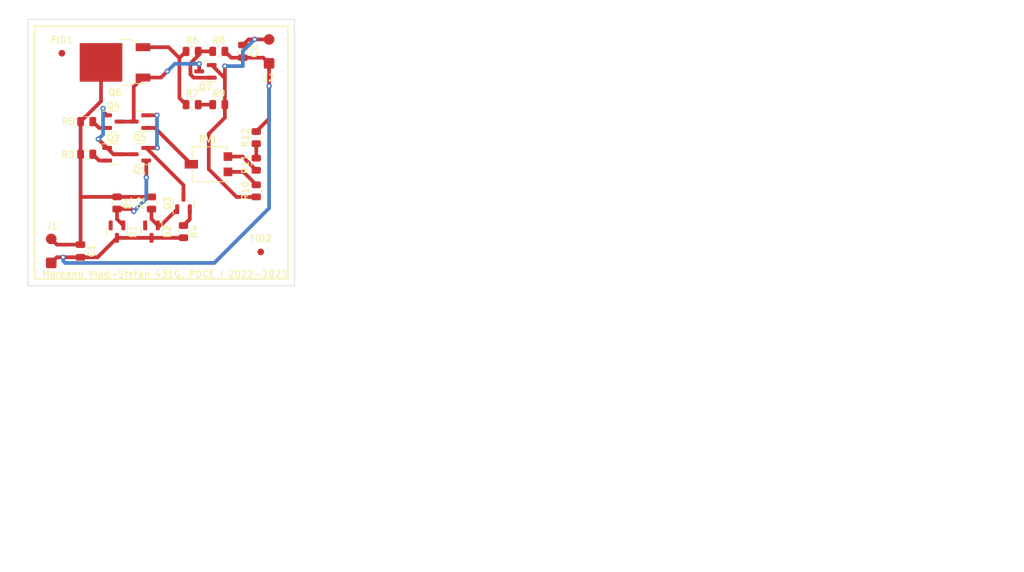
<source format=kicad_pcb>
(kicad_pcb (version 20211014) (generator pcbnew)
  (layers (0 "F.Cu" signal) (31 "B.Cu" signal) (34 "B.Paste" user) (35 "F.Paste" user) (36 "B.SilkS" user "B.Silkscreen") (37 "F.SilkS" user "F.Silkscreen") (38 "B.Mask" user) (39 "F.Mask" user) (44 "Edge.Cuts" user))
  (net 0 "")
  (net 2 "GND")
  (net 3 "Net-(D1-Pad1)")
  (net 4 "Net-(D2-Pad1)")
  (net 6 "Net-(C1-Pad1)")
  (net 7 "Net-(Q1-Pad2)")
  (net 8 "Net-(Q1-Pad3)")
  (net 9 "Net-(Q2-Pad2)")
  (net 10 "Net-(Q3-Pad2)")
  (net 11 "Net-(Q4-Pad2)")
  (net 12 "Net-(Q4-Pad3)")
  (net 13 "Net-(Q5-Pad1)")
  (net 14 "Net-(C2-Pad1)")
  (net 15 "Net-(Q6-Pad3)")
  (net 16 "Net-(Q7-Pad1)")
  (net 17 "Net-(R7-Pad2)")
  (net 18 "Net-(R10-Pad2)")
  (net 19 "Net-(R11-Pad1)")
  (net 20 "Net-(R11-Pad2)")
  (footprint "Capacitor_SMD:C_0805_2012Metric" (layer "F.Cu") (at 75.87 96.78 -90)
    (fp_text reference "C1" (at 0 -1.68 90) (layer "F.SilkS"))
    (fp_text value "4.7u")
    (fp_line (start -0.261252 -0.735) (end 0.261252 -0.735) (layer "F.SilkS") (width 0.12))
    (fp_line (start -0.261252 0.735) (end 0.261252 0.735) (layer "F.SilkS") (width 0.12))
    (pad "1" smd roundrect (at -0.95 0 270) (size 1 1.45) (layers "F.Cu" "F.Paste" "F.Mask") (net 6 "Net-(C1-Pad1)"))
    (pad "2" smd roundrect (at 0.95 0 270) (size 1 1.45) (layers "F.Cu" "F.Paste" "F.Mask") (net 2 "GND"))
  )
  (footprint "Package_TO_SOT_SMD:SOT-23" (layer "F.Cu") (at 80.8 82.25)
    (fp_text reference "Q2" (at 0 -2.4) (layer "F.SilkS"))
    (fp_text value "BC817")
    (fp_line (start 0 -1.56) (end -1.675 -1.56) (layer "F.SilkS") (width 0.12))
    (fp_line (start 0 1.56) (end 0.65 1.56) (layer "F.SilkS") (width 0.12))
    (fp_line (start 0 -1.56) (end 0.65 -1.56) (layer "F.SilkS") (width 0.12))
    (fp_line (start 0 1.56) (end -0.65 1.56) (layer "F.SilkS") (width 0.12))
    (pad "1" smd roundrect (at -0.9375 -0.95) (size 1.475 0.6) (layers "F.Cu" "F.Paste" "F.Mask") (net 8 "Net-(Q1-Pad3)"))
    (pad "2" smd roundrect (at -0.9375 0.95) (size 1.475 0.6) (layers "F.Cu" "F.Paste" "F.Mask") (net 9 "Net-(Q2-Pad2)"))
    (pad "3" smd roundrect (at 0.9375 0) (size 1.475 0.6) (layers "F.Cu" "F.Paste" "F.Mask") (net 8 "Net-(Q1-Pad3)"))
  )
  (footprint "Package_TO_SOT_SMD:TO-252-2" (layer "F.Cu") (at 81.05 68.45 180)
    (fp_text reference "Q6" (at 0 -4.5) (layer "F.SilkS"))
    (fp_text value "MJD32CG")
    (fp_line (start -0.97 3.45) (end -2.47 3.45) (layer "F.SilkS") (width 0.12))
    (fp_line (start -0.97 -3.45) (end -2.47 -3.45) (layer "F.SilkS") (width 0.12))
    (fp_line (start -2.47 -3.45) (end -2.47 -3.18) (layer "F.SilkS") (width 0.12))
    (fp_line (start -2.47 -3.18) (end -5.3 -3.18) (layer "F.SilkS") (width 0.12))
    (fp_line (start -2.47 3.18) (end -3.57 3.18) (layer "F.SilkS") (width 0.12))
    (fp_line (start -2.47 3.45) (end -2.47 3.18) (layer "F.SilkS") (width 0.12))
    (pad "1" smd rect (at -4.2 -2.28 180) (size 2.2 1.2) (layers "F.Cu" "F.Paste" "F.Mask") (net 12 "Net-(Q4-Pad3)"))
    (pad "2" smd rect (at 2.1 0 180) (size 6.4 5.8) (layers "F.Cu" "F.Mask") (net 6 "Net-(C1-Pad1)"))
    (pad "3" smd rect (at -4.2 2.28 180) (size 2.2 1.2) (layers "F.Cu" "F.Paste" "F.Mask") (net 15 "Net-(Q6-Pad3)"))
  )
  (footprint "Package_TO_SOT_SMD:SOT-23" (layer "F.Cu") (at 84.8 77.35 180)
    (fp_text reference "Q5" (at 0 -2.4) (layer "F.SilkS"))
    (fp_text value "BC807")
    (fp_line (start 0 -1.56) (end 0.65 -1.56) (layer "F.SilkS") (width 0.12))
    (fp_line (start 0 -1.56) (end -1.675 -1.56) (layer "F.SilkS") (width 0.12))
    (fp_line (start 0 1.56) (end -0.65 1.56) (layer "F.SilkS") (width 0.12))
    (fp_line (start 0 1.56) (end 0.65 1.56) (layer "F.SilkS") (width 0.12))
    (pad "1" smd roundrect (at -0.9375 -0.95 180) (size 1.475 0.6) (layers "F.Cu" "F.Paste" "F.Mask") (net 13 "Net-(Q5-Pad1)"))
    (pad "2" smd roundrect (at -0.9375 0.95 180) (size 1.475 0.6) (layers "F.Cu" "F.Paste" "F.Mask") (net 7 "Net-(Q1-Pad2)"))
    (pad "3" smd roundrect (at 0.9375 0 180) (size 1.475 0.6) (layers "F.Cu" "F.Paste" "F.Mask") (net 12 "Net-(Q4-Pad3)"))
  )
  (footprint "Fiducial:Fiducial_1mm_Mask2mm" (layer "F.Cu") (at 102.92 96.92)
    (fp_text reference "FID2" (at 0 -2) (layer "F.SilkS"))
    (fp_text value "Fiducial_1mm_Mask2mm")
    (pad "" smd circle locked (at 0 0) (size 1 1) (layers "F.Cu" "F.Mask") (clearance 0.5))
  )
  (footprint "Package_TO_SOT_SMD:SOT-23" (layer "F.Cu") (at 84.8 82.25 180)
    (fp_text reference "Q1" (at 0 -2.4) (layer "F.SilkS"))
    (fp_text value "BC807")
    (fp_line (start 0 1.56) (end 0.65 1.56) (layer "F.SilkS") (width 0.12))
    (fp_line (start 0 1.56) (end -0.65 1.56) (layer "F.SilkS") (width 0.12))
    (fp_line (start 0 -1.56) (end -1.675 -1.56) (layer "F.SilkS") (width 0.12))
    (fp_line (start 0 -1.56) (end 0.65 -1.56) (layer "F.SilkS") (width 0.12))
    (pad "1" smd roundrect (at -0.9375 -0.95 180) (size 1.475 0.6) (layers "F.Cu" "F.Paste" "F.Mask") (net 3 "Net-(D1-Pad1)"))
    (pad "2" smd roundrect (at -0.9375 0.95 180) (size 1.475 0.6) (layers "F.Cu" "F.Paste" "F.Mask") (net 7 "Net-(Q1-Pad2)"))
    (pad "3" smd roundrect (at 0.9375 0 180) (size 1.475 0.6) (layers "F.Cu" "F.Paste" "F.Mask") (net 8 "Net-(Q1-Pad3)"))
  )
  (footprint "Resistor_SMD:R_0805_2012Metric" (layer "F.Cu") (at 91.325 93.875 -90)
    (fp_text reference "R4" (at 0 -1.65 -270) (layer "F.SilkS"))
    (fp_text value "2.7k")
    (fp_line (start -0.227064 0.735) (end 0.227064 0.735) (layer "F.SilkS") (width 0.12))
    (fp_line (start -0.227064 -0.735) (end 0.227064 -0.735) (layer "F.SilkS") (width 0.12))
    (pad "1" smd roundrect (at -0.9125 0 270) (size 1.025 1.4) (layers "F.Cu" "F.Paste" "F.Mask") (roundrect_rratio 0.243902439) (net 10 "Net-(Q3-Pad2)"))
    (pad "2" smd roundrect (at 0.9125 0 270) (size 1.025 1.4) (layers "F.Cu" "F.Paste" "F.Mask") (roundrect_rratio 0.243902439) (net 2 "GND"))
  )
  (footprint "Package_TO_SOT_SMD:SOT-23" (layer "F.Cu") (at 91.325 89.575 90)
    (fp_text reference "Q3" (at 0 -2.4 90) (layer "F.SilkS"))
    (fp_text value "BC807")
    (fp_line (start 0 1.56) (end -0.65 1.56) (layer "F.SilkS") (width 0.12))
    (fp_line (start 0 1.56) (end 0.65 1.56) (layer "F.SilkS") (width 0.12))
    (fp_line (start 0 -1.56) (end -1.675 -1.56) (layer "F.SilkS") (width 0.12))
    (fp_line (start 0 -1.56) (end 0.65 -1.56) (layer "F.SilkS") (width 0.12))
    (pad "1" smd roundrect (at -0.9375 -0.95 90) (size 1.475 0.6) (layers "F.Cu" "F.Paste" "F.Mask") (net 4 "Net-(D2-Pad1)"))
    (pad "2" smd roundrect (at -0.9375 0.95 90) (size 1.475 0.6) (layers "F.Cu" "F.Paste" "F.Mask") (net 10 "Net-(Q3-Pad2)"))
    (pad "3" smd roundrect (at 0.9375 0 90) (size 1.475 0.6) (layers "F.Cu" "F.Paste" "F.Mask") (net 7 "Net-(Q1-Pad2)"))
  )
  (footprint "Package_TO_SOT_SMD:SOT-23" (layer "F.Cu") (at 81.35 93.875 -90)
    (fp_text reference "D1" (at 0 -2.4 90) (layer "F.SilkS"))
    (fp_text value "BZX84-C6V2")
    (fp_line (start 0 -1.56) (end -1.675 -1.56) (layer "F.SilkS") (width 0.12))
    (fp_line (start 0 -1.56) (end 0.65 -1.56) (layer "F.SilkS") (width 0.12))
    (fp_line (start 0 1.56) (end 0.65 1.56) (layer "F.SilkS") (width 0.12))
    (fp_line (start 0 1.56) (end -0.65 1.56) (layer "F.SilkS") (width 0.12))
    (pad "1" smd roundrect (at -0.9375 -0.95 270) (size 1.475 0.6) (layers "F.Cu" "F.Paste" "F.Mask") (net 3 "Net-(D1-Pad1)"))
    (pad "2" smd roundrect (at -0.9375 0.95 270) (size 1.475 0.6) (layers "F.Cu" "F.Paste" "F.Mask"))
    (pad "3" smd roundrect (at 0.9375 0 270) (size 1.475 0.6) (layers "F.Cu" "F.Paste" "F.Mask") (net 2 "GND"))
  )
  (footprint "Connector_Wire:SolderWire-0.1sqmm_1x02_P3.6mm_D0.4mm_OD1mm" (layer "F.Cu") (at 71.475 98.575 90)
    (fp_text reference "J1" (at 5.55 0.075 180) (layer "F.SilkS"))
    (fp_text value "Conn_01x02_Female")
    (pad "1" smd roundrect (at 0 0 90) (size 1.6 1.6) (layers "F.Cu" "F.Paste" "F.Mask") (roundrect_rratio 0.15625) (net 2 "GND"))
    (pad "2" smd circle (at 3.6 0 90) (size 1.6 1.6) (layers "F.Cu" "F.Paste" "F.Mask") (net 6 "Net-(C1-Pad1)"))
  )
  (footprint "Potentiometer_SMD:Potentiometer_Vishay_TS53YL_Vertical" (layer "F.Cu") (at 95.25 83.75)
    (fp_text reference "RV1" (at -0.175 -3.75) (layer "F.SilkS"))
    (fp_text value "2k")
    (fp_line (start -2.62 2.62) (end 2.62 2.62) (layer "F.SilkS") (width 0.12))
    (fp_line (start -2.62 -2.62) (end -2.62 -0.89) (layer "F.SilkS") (width 0.12))
    (fp_line (start 2.62 -0.26) (end 2.62 0.26) (layer "F.SilkS") (width 0.12))
    (fp_line (start -2.62 -2.62) (end 2.62 -2.62) (layer "F.SilkS") (width 0.12))
    (fp_line (start -2.62 0.89) (end -2.62 2.62) (layer "F.SilkS") (width 0.12))
    (fp_line (start 2.62 2.04) (end 2.62 2.62) (layer "F.SilkS") (width 0.12))
    (fp_line (start 2.62 -2.62) (end 2.62 -2.039) (layer "F.SilkS") (width 0.12))
    (pad "1" smd rect (at 2.75 -1.15) (size 1.3 1.3) (layers "F.Cu" "F.Paste" "F.Mask") (net 19 "Net-(R11-Pad1)"))
    (pad "2" smd rect (at -2.75 0) (size 2 1.3) (layers "F.Cu" "F.Paste" "F.Mask") (net 13 "Net-(Q5-Pad1)"))
    (pad "3" smd rect (at 2.75 1.15) (size 1.3 1.3) (layers "F.Cu" "F.Paste" "F.Mask") (net 18 "Net-(R10-Pad2)"))
  )
  (footprint "Capacitor_SMD:C_0805_2012Metric" (layer "F.Cu") (at 100.25 66.8 -90)
    (fp_text reference "C2" (at 0 -1.68 90) (layer "F.SilkS"))
    (fp_text value "4.7u")
    (fp_line (start -0.261252 -0.735) (end 0.261252 -0.735) (layer "F.SilkS") (width 0.12))
    (fp_line (start -0.261252 0.735) (end 0.261252 0.735) (layer "F.SilkS") (width 0.12))
    (pad "1" smd roundrect (at -0.95 0 270) (size 1 1.45) (layers "F.Cu" "F.Paste" "F.Mask") (net 14 "Net-(C2-Pad1)"))
    (pad "2" smd roundrect (at 0.95 0 270) (size 1 1.45) (layers "F.Cu" "F.Paste" "F.Mask") (net 2 "GND"))
  )
  (footprint "Connector_Wire:SolderWire-0.1sqmm_1x02_P3.6mm_D0.4mm_OD1mm" (layer "F.Cu") (at 104.175 68.6 90)
    (fp_text reference "J2" (at -2.175 -0.05 180) (layer "F.SilkS"))
    (fp_text value "Conn_01x02_Female")
    (pad "1" smd roundrect (at 0 0 90) (size 1.6 1.6) (layers "F.Cu" "F.Paste" "F.Mask") (roundrect_rratio 0.15625) (net 2 "GND"))
    (pad "2" smd circle (at 3.6 0 90) (size 1.6 1.6) (layers "F.Cu" "F.Paste" "F.Mask") (net 14 "Net-(C2-Pad1)"))
  )
  (footprint "Resistor_SMD:R_0805_2012Metric" (layer "F.Cu") (at 102.25 79.75 90)
    (fp_text reference "R12" (at 0 -1.65 90) (layer "F.SilkS"))
    (fp_text value "10k")
    (fp_line (start -0.227064 -0.735) (end 0.227064 -0.735) (layer "F.SilkS") (width 0.12))
    (fp_line (start -0.227064 0.735) (end 0.227064 0.735) (layer "F.SilkS") (width 0.12))
    (pad "1" smd roundrect (at -0.9125 0 90) (size 1.025 1.4) (layers "F.Cu" "F.Paste" "F.Mask") (roundrect_rratio 0.243902439) (net 20 "Net-(R11-Pad2)"))
    (pad "2" smd roundrect (at 0.9125 0 90) (size 1.025 1.4) (layers "F.Cu" "F.Paste" "F.Mask") (roundrect_rratio 0.243902439) (net 2 "GND"))
  )
  (footprint "Fiducial:Fiducial_1mm_Mask2mm" (layer "F.Cu") (at 73.08 67.08)
    (fp_text reference "FID1" (at 0 -2) (layer "F.SilkS"))
    (fp_text value "Fiducial_1mm_Mask2mm")
    (pad "" smd circle locked (at 0 0) (size 1 1) (layers "F.Cu" "F.Mask") (clearance 0.5))
  )
  (footprint "Resistor_SMD:R_0805_2012Metric" (layer "F.Cu") (at 86.525 89.575 -90)
    (fp_text reference "R2" (at 0 1.6 90) (layer "F.SilkS"))
    (fp_text value "10k")
    (fp_line (start -0.227064 0.735) (end 0.227064 0.735) (layer "F.SilkS") (width 0.12))
    (fp_line (start -0.227064 -0.735) (end 0.227064 -0.735) (layer "F.SilkS") (width 0.12))
    (pad "1" smd roundrect (at -0.9125 0 270) (size 1.025 1.4) (layers "F.Cu" "F.Paste" "F.Mask") (roundrect_rratio 0.243902439) (net 6 "Net-(C1-Pad1)"))
    (pad "2" smd roundrect (at 0.9125 0 270) (size 1.025 1.4) (layers "F.Cu" "F.Paste" "F.Mask") (roundrect_rratio 0.243902439) (net 4 "Net-(D2-Pad1)"))
  )
  (footprint "Resistor_SMD:R_0805_2012Metric" (layer "F.Cu") (at 96.626987 66.8)
    (fp_text reference "R8" (at 0 -1.65) (layer "F.SilkS"))
    (fp_text value "100k")
    (fp_line (start -0.227064 -0.735) (end 0.227064 -0.735) (layer "F.SilkS") (width 0.12))
    (fp_line (start -0.227064 0.735) (end 0.227064 0.735) (layer "F.SilkS") (width 0.12))
    (pad "1" smd roundrect (at -0.9125 0) (size 1.025 1.4) (layers "F.Cu" "F.Paste" "F.Mask") (roundrect_rratio 0.243902439) (net 16 "Net-(Q7-Pad1)"))
    (pad "2" smd roundrect (at 0.9125 0) (size 1.025 1.4) (layers "F.Cu" "F.Paste" "F.Mask") (roundrect_rratio 0.243902439) (net 2 "GND"))
  )
  (footprint "Resistor_SMD:R_0805_2012Metric" (layer "F.Cu") (at 81.35 89.57 -90)
    (fp_text reference "R1" (at 0 -1.65 90) (layer "F.SilkS"))
    (fp_text value "10k")
    (fp_line (start -0.227064 -0.735) (end 0.227064 -0.735) (layer "F.SilkS") (width 0.12))
    (fp_line (start -0.227064 0.735) (end 0.227064 0.735) (layer "F.SilkS") (width 0.12))
    (pad "1" smd roundrect (at -0.9125 0 270) (size 1.025 1.4) (layers "F.Cu" "F.Paste" "F.Mask") (roundrect_rratio 0.243902439) (net 6 "Net-(C1-Pad1)"))
    (pad "2" smd roundrect (at 0.9125 0 270) (size 1.025 1.4) (layers "F.Cu" "F.Paste" "F.Mask") (roundrect_rratio 0.243902439) (net 3 "Net-(D1-Pad1)"))
  )
  (footprint "Resistor_SMD:R_0805_2012Metric" (layer "F.Cu") (at 76.8 82.25)
    (fp_text reference "R3" (at -2.825 0.05) (layer "F.SilkS"))
    (fp_text value "1k")
    (fp_line (start -0.227064 0.735) (end 0.227064 0.735) (layer "F.SilkS") (width 0.12))
    (fp_line (start -0.227064 -0.735) (end 0.227064 -0.735) (layer "F.SilkS") (width 0.12))
    (pad "1" smd roundrect (at -0.9125 0) (size 1.025 1.4) (layers "F.Cu" "F.Paste" "F.Mask") (roundrect_rratio 0.243902439) (net 6 "Net-(C1-Pad1)"))
    (pad "2" smd roundrect (at 0.9125 0) (size 1.025 1.4) (layers "F.Cu" "F.Paste" "F.Mask") (roundrect_rratio 0.243902439) (net 9 "Net-(Q2-Pad2)"))
  )
  (footprint "Resistor_SMD:R_0805_2012Metric" (layer "F.Cu") (at 76.8 77.35)
    (fp_text reference "R5" (at -2.775 -0.025) (layer "F.SilkS"))
    (fp_text value "1k")
    (fp_line (start -0.227064 0.735) (end 0.227064 0.735) (layer "F.SilkS") (width 0.12))
    (fp_line (start -0.227064 -0.735) (end 0.227064 -0.735) (layer "F.SilkS") (width 0.12))
    (pad "1" smd roundrect (at -0.9125 0) (size 1.025 1.4) (layers "F.Cu" "F.Paste" "F.Mask") (roundrect_rratio 0.243902439) (net 6 "Net-(C1-Pad1)"))
    (pad "2" smd roundrect (at 0.9125 0) (size 1.025 1.4) (layers "F.Cu" "F.Paste" "F.Mask") (roundrect_rratio 0.243902439) (net 11 "Net-(Q4-Pad2)"))
  )
  (footprint "Resistor_SMD:R_0805_2012Metric" (layer "F.Cu") (at 92.626987 66.8)
    (fp_text reference "R6" (at 0 -1.65) (layer "F.SilkS"))
    (fp_text value "3.9k")
    (fp_line (start -0.227064 -0.735) (end 0.227064 -0.735) (layer "F.SilkS") (width 0.12))
    (fp_line (start -0.227064 0.735) (end 0.227064 0.735) (layer "F.SilkS") (width 0.12))
    (pad "1" smd roundrect (at -0.9125 0) (size 1.025 1.4) (layers "F.Cu" "F.Paste" "F.Mask") (roundrect_rratio 0.243902439) (net 15 "Net-(Q6-Pad3)"))
    (pad "2" smd roundrect (at 0.9125 0) (size 1.025 1.4) (layers "F.Cu" "F.Paste" "F.Mask") (roundrect_rratio 0.243902439) (net 16 "Net-(Q7-Pad1)"))
  )
  (footprint "Package_TO_SOT_SMD:SOT-23" (layer "F.Cu") (at 80.8 77.35)
    (fp_text reference "Q4" (at 0 -2.4) (layer "F.SilkS"))
    (fp_text value "BC817")
    (fp_line (start 0 -1.56) (end 0.65 -1.56) (layer "F.SilkS") (width 0.12))
    (fp_line (start 0 1.56) (end -0.65 1.56) (layer "F.SilkS") (width 0.12))
    (fp_line (start 0 -1.56) (end -1.675 -1.56) (layer "F.SilkS") (width 0.12))
    (fp_line (start 0 1.56) (end 0.65 1.56) (layer "F.SilkS") (width 0.12))
    (pad "1" smd roundrect (at -0.9375 -0.95) (size 1.475 0.6) (layers "F.Cu" "F.Paste" "F.Mask") (net 8 "Net-(Q1-Pad3)"))
    (pad "2" smd roundrect (at -0.9375 0.95) (size 1.475 0.6) (layers "F.Cu" "F.Paste" "F.Mask") (net 11 "Net-(Q4-Pad2)"))
    (pad "3" smd roundrect (at 0.9375 0) (size 1.475 0.6) (layers "F.Cu" "F.Paste" "F.Mask") (net 12 "Net-(Q4-Pad3)"))
  )
  (footprint "Resistor_SMD:R_0805_2012Metric" (layer "F.Cu") (at 92.626987 74.8)
    (fp_text reference "R7" (at 0 -1.65) (layer "F.SilkS"))
    (fp_text value "22")
    (fp_line (start -0.227064 -0.735) (end 0.227064 -0.735) (layer "F.SilkS") (width 0.12))
    (fp_line (start -0.227064 0.735) (end 0.227064 0.735) (layer "F.SilkS") (width 0.12))
    (pad "1" smd roundrect (at -0.9125 0) (size 1.025 1.4) (layers "F.Cu" "F.Paste" "F.Mask") (roundrect_rratio 0.243902439) (net 15 "Net-(Q6-Pad3)"))
    (pad "2" smd roundrect (at 0.9125 0) (size 1.025 1.4) (layers "F.Cu" "F.Paste" "F.Mask") (roundrect_rratio 0.243902439) (net 17 "Net-(R7-Pad2)"))
  )
  (footprint "Resistor_SMD:R_0805_2012Metric" (layer "F.Cu") (at 96.626987 74.8)
    (fp_text reference "R9" (at 0 -1.65) (layer "F.SilkS"))
    (fp_text value "22")
    (fp_line (start -0.227064 0.735) (end 0.227064 0.735) (layer "F.SilkS") (width 0.12))
    (fp_line (start -0.227064 -0.735) (end 0.227064 -0.735) (layer "F.SilkS") (width 0.12))
    (pad "1" smd roundrect (at -0.9125 0) (size 1.025 1.4) (layers "F.Cu" "F.Paste" "F.Mask") (roundrect_rratio 0.243902439) (net 17 "Net-(R7-Pad2)"))
    (pad "2" smd roundrect (at 0.9125 0) (size 1.025 1.4) (layers "F.Cu" "F.Paste" "F.Mask") (roundrect_rratio 0.243902439) (net 14 "Net-(C2-Pad1)"))
  )
  (footprint "Package_TO_SOT_SMD:SOT-23" (layer "F.Cu") (at 94.626987 69.8 180)
    (fp_text reference "Q7" (at 0 -2.4) (layer "F.SilkS"))
    (fp_text value "BC807")
    (fp_line (start 0 -1.56) (end 0.65 -1.56) (layer "F.SilkS") (width 0.12))
    (fp_line (start 0 1.56) (end -0.65 1.56) (layer "F.SilkS") (width 0.12))
    (fp_line (start 0 -1.56) (end -1.675 -1.56) (layer "F.SilkS") (width 0.12))
    (fp_line (start 0 1.56) (end 0.65 1.56) (layer "F.SilkS") (width 0.12))
    (pad "1" smd roundrect (at -0.9375 -0.95 180) (size 1.475 0.6) (layers "F.Cu" "F.Paste" "F.Mask") (net 16 "Net-(Q7-Pad1)"))
    (pad "2" smd roundrect (at -0.9375 0.95 180) (size 1.475 0.6) (layers "F.Cu" "F.Paste" "F.Mask") (net 14 "Net-(C2-Pad1)"))
    (pad "3" smd roundrect (at 0.9375 0 180) (size 1.475 0.6) (layers "F.Cu" "F.Paste" "F.Mask") (net 12 "Net-(Q4-Pad3)"))
  )
  (footprint "Package_TO_SOT_SMD:SOT-23" (layer "F.Cu") (at 86.525 93.875 -90)
    (fp_text reference "D2" (at 0 -2.4 90) (layer "F.SilkS"))
    (fp_text value "BZX84-C5V6")
    (fp_line (start 0 1.56) (end 0.65 1.56) (layer "F.SilkS") (width 0.12))
    (fp_line (start 0 -1.56) (end 0.65 -1.56) (layer "F.SilkS") (width 0.12))
    (fp_line (start 0 1.56) (end -0.65 1.56) (layer "F.SilkS") (width 0.12))
    (fp_line (start 0 -1.56) (end -1.675 -1.56) (layer "F.SilkS") (width 0.12))
    (pad "1" smd roundrect (at -0.9375 -0.95 270) (size 1.475 0.6) (layers "F.Cu" "F.Paste" "F.Mask") (net 4 "Net-(D2-Pad1)"))
    (pad "2" smd roundrect (at -0.9375 0.95 270) (size 1.475 0.6) (layers "F.Cu" "F.Paste" "F.Mask"))
    (pad "3" smd roundrect (at 0.9375 0 270) (size 1.475 0.6) (layers "F.Cu" "F.Paste" "F.Mask") (net 2 "GND"))
  )
  (footprint "Resistor_SMD:R_0805_2012Metric" (layer "F.Cu") (at 102.25 87.75 90)
    (fp_text reference "R10" (at 0 -1.65 90) (layer "F.SilkS"))
    (fp_text value "22k")
    (fp_line (start -0.227064 0.735) (end 0.227064 0.735) (layer "F.SilkS") (width 0.12))
    (fp_line (start -0.227064 -0.735) (end 0.227064 -0.735) (layer "F.SilkS") (width 0.12))
    (pad "1" smd roundrect (at -0.9125 0 90) (size 1.025 1.4) (layers "F.Cu" "F.Paste" "F.Mask") (roundrect_rratio 0.243902439) (net 14 "Net-(C2-Pad1)"))
    (pad "2" smd roundrect (at 0.9125 0 90) (size 1.025 1.4) (layers "F.Cu" "F.Paste" "F.Mask") (roundrect_rratio 0.243902439) (net 18 "Net-(R10-Pad2)"))
  )
  (footprint "Resistor_SMD:R_0805_2012Metric" (layer "F.Cu") (at 102.25 83.75 90)
    (fp_text reference "R11" (at 0 -1.65 90) (layer "F.SilkS"))
    (fp_text value "1k")
    (fp_line (start -0.227064 -0.735) (end 0.227064 -0.735) (layer "F.SilkS") (width 0.12))
    (fp_line (start -0.227064 0.735) (end 0.227064 0.735) (layer "F.SilkS") (width 0.12))
    (pad "1" smd roundrect (at -0.9125 0 90) (size 1.025 1.4) (layers "F.Cu" "F.Paste" "F.Mask") (roundrect_rratio 0.243902439) (net 19 "Net-(R11-Pad1)"))
    (pad "2" smd roundrect (at 0.9125 0 90) (size 1.025 1.4) (layers "F.Cu" "F.Paste" "F.Mask") (roundrect_rratio 0.243902439) (net 20 "Net-(R11-Pad2)"))
  )
  (gr_rect (start 107 63) (end 69 101) (layer "F.SilkS") (width 0.15) (fill none))
  (gr_rect (start 68 62) (end 108 102) (layer "Edge.Cuts") (width 0.1) (fill none))
  (gr_text "Moreanu Vlad-Stefan 431G, PDCE I 2022-2023" (at 88.5 100.25) (layer "F.SilkS") (effects (font (size 1 1))))
  (segment (start 103.325 67.75) (end 100.25 67.75) (width 0.5588) (layer "F.Cu") (net 2))
  (segment (start 104.175 68.6) (end 104.175 76.9125) (width 0.5588) (layer "F.Cu") (net 2))
  (segment (start 91.3 94.8125) (end 91.325 94.7875) (width 0.5588) (layer "F.Cu") (net 2))
  (segment (start 104.175 76.9125) (end 102.25 78.8375) (width 0.5588) (layer "F.Cu") (net 2))
  (segment (start 75.87 97.73) (end 78.4325 97.73) (width 0.5588) (layer "F.Cu") (net 2))
  (segment (start 72.32 97.73) (end 75.87 97.73) (width 0.5588) (layer "F.Cu") (net 2))
  (segment (start 78.4325 97.73) (end 81.35 94.8125) (width 0.5588) (layer "F.Cu") (net 2))
  (segment (start 98.489487 67.75) (end 97.539487 66.8) (width 0.5588) (layer "F.Cu") (net 2))
  (segment (start 71.475 98.575) (end 72.32 97.73) (width 0.5588) (layer "F.Cu") (net 2))
  (segment (start 86.525 94.8125) (end 91.3 94.8125) (width 0.5588) (layer "F.Cu") (net 2))
  (segment (start 100.25 67.75) (end 98.489487 67.75) (width 0.5588) (layer "F.Cu") (net 2))
  (segment (start 81.35 94.8125) (end 86.525 94.8125) (width 0.5588) (layer "F.Cu") (net 2))
  (segment (start 104.175 68.6) (end 103.325 67.75) (width 0.5588) (layer "F.Cu") (net 2))
  (via (at 73.27 97.73) (size 0.8) (drill 0.4) (layers "F.Cu" "B.Cu") (net 2))
  (via (at 104.175 72) (size 0.8) (drill 0.4) (layers "F.Cu" "B.Cu") (net 2))
  (segment (start 73.27 98.27) (end 73.58 98.58) (width 0.5588) (layer "B.Cu") (net 2))
  (segment (start 104.175 90.355) (end 104.175 72) (width 0.5588) (layer "B.Cu") (net 2))
  (segment (start 73.58 98.58) (end 95.95 98.58) (width 0.5588) (layer "B.Cu") (net 2))
  (segment (start 73.27 97.73) (end 73.27 98.27) (width 0.5588) (layer "B.Cu") (net 2))
  (segment (start 95.95 98.58) (end 104.175 90.355) (width 0.5588) (layer "B.Cu") (net 2))
  (segment (start 85.75 83.2125) (end 85.7375 83.2) (width 0.5588) (layer "F.Cu") (net 3))
  (segment (start 81.35 90.4825) (end 81.35 91.9875) (width 0.5588) (layer "F.Cu") (net 3))
  (segment (start 81.35 91.9875) (end 82.3 92.9375) (width 0.5588) (layer "F.Cu") (net 3))
  (segment (start 81.35 90.4825) (end 83.5225 90.4825) (width 0.5588) (layer "F.Cu") (net 3))
  (segment (start 85.75 85.75) (end 85.75 83.2125) (width 0.5588) (layer "F.Cu") (net 3))
  (segment (start 83.5225 90.4825) (end 83.87 90.83) (width 0.5588) (layer "F.Cu") (net 3))
  (via (at 83.87 90.83) (size 0.8) (drill 0.4) (layers "F.Cu" "B.Cu") (net 3))
  (via (at 85.75 85.75) (size 0.8) (drill 0.4) (layers "F.Cu" "B.Cu") (net 3))
  (segment (start 85.75 88.95) (end 83.87 90.83) (width 0.5588) (layer "B.Cu") (net 3))
  (segment (start 85.75 85.75) (end 85.75 88.95) (width 0.5588) (layer "B.Cu") (net 3))
  (segment (start 86.525 91.9875) (end 87.475 92.9375) (width 0.5588) (layer "F.Cu") (net 4))
  (segment (start 87.95 92.9375) (end 90.375 90.5125) (width 0.5588) (layer "F.Cu") (net 4))
  (segment (start 87.475 92.9375) (end 87.95 92.9375) (width 0.5588) (layer "F.Cu") (net 4))
  (segment (start 86.525 90.4875) (end 86.525 91.9875) (width 0.5588) (layer "F.Cu") (net 4))
  (segment (start 81.35 88.6575) (end 86.52 88.6575) (width 0.5588) (layer "F.Cu") (net 6))
  (segment (start 75.8875 95.8125) (end 75.87 95.83) (width 0.5588) (layer "F.Cu") (net 6))
  (segment (start 86.52 88.6575) (end 86.525 88.6625) (width 0.5588) (layer "F.Cu") (net 6))
  (segment (start 81.35 88.6575) (end 75.8925 88.6575) (width 0.5588) (layer "F.Cu") (net 6))
  (segment (start 78.95 74.2875) (end 78.95 68.45) (width 0.5588) (layer "F.Cu") (net 6))
  (segment (start 75.8875 77.35) (end 75.8875 82.25) (width 0.5588) (layer "F.Cu") (net 6))
  (segment (start 75.8875 88.6625) (end 75.8875 82.25) (width 0.5588) (layer "F.Cu") (net 6))
  (segment (start 72.33 95.83) (end 71.475 94.975) (width 0.5588) (layer "F.Cu") (net 6))
  (segment (start 75.8875 88.6625) (end 75.8875 95.8125) (width 0.5588) (layer "F.Cu") (net 6))
  (segment (start 75.8925 88.6575) (end 75.8875 88.6625) (width 0.5588) (layer "F.Cu") (net 6))
  (segment (start 75.8875 77.35) (end 78.95 74.2875) (width 0.5588) (layer "F.Cu") (net 6))
  (segment (start 75.87 95.83) (end 72.33 95.83) (width 0.5588) (layer "F.Cu") (net 6))
  (segment (start 87.35 76.4) (end 85.7375 76.4) (width 0.5588) (layer "F.Cu") (net 7))
  (segment (start 91.325 86.8875) (end 91.325 88.6375) (width 0.5588) (layer "F.Cu") (net 7))
  (segment (start 85.7375 81.3) (end 87.4 81.3) (width 0.5588) (layer "F.Cu") (net 7))
  (segment (start 85.7375 81.3) (end 91.325 86.8875) (width 0.5588) (layer "F.Cu") (net 7))
  (via (at 87.35 76.4) (size 0.8) (drill 0.4) (layers "F.Cu" "B.Cu") (net 7))
  (via (at 87.4 81.3) (size 0.8) (drill 0.4) (layers "F.Cu" "B.Cu") (net 7))
  (segment (start 87.35 76.4) (end 87.35 81.25) (width 0.5588) (layer "B.Cu") (net 7))
  (segment (start 87.35 81.25) (end 87.4 81.3) (width 0.5588) (layer "B.Cu") (net 7))
  (segment (start 80.8125 82.25) (end 79.8625 81.3) (width 0.5588) (layer "F.Cu") (net 8))
  (segment (start 79.26 75.38) (end 79.26 75.7975) (width 0.5588) (layer "F.Cu") (net 8))
  (segment (start 78.55 79.9875) (end 79.8625 81.3) (width 0.5588) (layer "F.Cu") (net 8))
  (segment (start 78.55 79.98) (end 78.55 79.9875) (width 0.5588) (layer "F.Cu") (net 8))
  (segment (start 81.7375 82.25) (end 80.8125 82.25) (width 0.5588) (layer "F.Cu") (net 8))
  (segment (start 81.7375 82.25) (end 83.8625 82.25) (width 0.5588) (layer "F.Cu") (net 8))
  (segment (start 79.26 75.7975) (end 79.8625 76.4) (width 0.5588) (layer "F.Cu") (net 8))
  (via (at 78.55 79.98) (size 0.8) (drill 0.4) (layers "F.Cu" "B.Cu") (net 8))
  (via (at 79.26 75.38) (size 0.8) (drill 0.4) (layers "F.Cu" "B.Cu") (net 8))
  (segment (start 79.26 79.27) (end 78.55 79.98) (width 0.5588) (layer "B.Cu") (net 8))
  (segment (start 79.26 75.38) (end 79.26 79.27) (width 0.5588) (layer "B.Cu") (net 8))
  (segment (start 78.6625 83.2) (end 77.7125 82.25) (width 0.5588) (layer "F.Cu") (net 9))
  (segment (start 79.8625 83.2) (end 78.6625 83.2) (width 0.5588) (layer "F.Cu") (net 9))
  (segment (start 92.275 90.5125) (end 92.275 92.0125) (width 0.5588) (layer "F.Cu") (net 10))
  (segment (start 92.275 92.0125) (end 91.325 92.9625) (width 0.5588) (layer "F.Cu") (net 10))
  (segment (start 78.6625 78.3) (end 77.7125 77.35) (width 0.5588) (layer "F.Cu") (net 11))
  (segment (start 79.8625 78.3) (end 78.6625 78.3) (width 0.5588) (layer "F.Cu") (net 11))
  (segment (start 83.8625 72.1175) (end 83.8625 77.35) (width 0.5588) (layer "F.Cu") (net 12))
  (segment (start 93.69 68.67) (end 93.69 69.799487) (width 0.5588) (layer "F.Cu") (net 12))
  (segment (start 85.25 70.73) (end 83.8625 72.1175) (width 0.5588) (layer "F.Cu") (net 12))
  (segment (start 93.69 69.799487) (end 93.689487 69.8) (width 0.5588) (layer "F.Cu") (net 12))
  (segment (start 85.25 70.73) (end 87.959487 70.73) (width 0.5588) (layer "F.Cu") (net 12))
  (segment (start 81.7375 77.35) (end 83.8625 77.35) (width 0.5588) (layer "F.Cu") (net 12))
  (segment (start 87.959487 70.73) (end 88.889487 69.8) (width 0.5588) (layer "F.Cu") (net 12))
  (via (at 93.69 68.67) (size 0.8) (drill 0.4) (layers "F.Cu" "B.Cu") (net 12))
  (via (at 88.889487 69.8) (size 0.8) (drill 0.4) (layers "F.Cu" "B.Cu") (net 12))
  (segment (start 90.019487 68.67) (end 88.889487 69.8) (width 0.5588) (layer "B.Cu") (net 12))
  (segment (start 93.69 68.67) (end 90.019487 68.67) (width 0.5588) (layer "B.Cu") (net 12))
  (segment (start 87.05 78.3) (end 92.5 83.75) (width 0.5588) (layer "F.Cu") (net 13))
  (segment (start 85.7375 78.3) (end 87.05 78.3) (width 0.5588) (layer "F.Cu") (net 13))
  (segment (start 95.125 79.175) (end 97.539487 76.760513) (width 0.5588) (layer "F.Cu") (net 14))
  (segment (start 102.25 88.6625) (end 99.2941 88.6625) (width 0.5588) (layer "F.Cu") (net 14))
  (segment (start 102 65) (end 104.175 65) (width 0.5588) (layer "F.Cu") (net 14))
  (segment (start 101.1 65) (end 100.25 65.85) (width 0.5588) (layer "F.Cu") (net 14))
  (segment (start 97.539487 74.8) (end 97.539487 70.825) (width 0.5588) (layer "F.Cu") (net 14))
  (segment (start 97.54 70.824487) (end 97.539487 70.825) (width 0.5588) (layer "F.Cu") (net 14))
  (segment (start 102 65) (end 101.1 65) (width 0.5588) (layer "F.Cu") (net 14))
  (segment (start 95.125 84.4934) (end 95.125 79.175) (width 0.5588) (layer "F.Cu") (net 14))
  (segment (start 99.2941 88.6625) (end 95.125 84.4934) (width 0.5588) (layer "F.Cu") (net 14))
  (segment (start 97.539487 70.825) (end 95.564487 68.85) (width 0.5588) (layer "F.Cu") (net 14))
  (segment (start 97.54 69.01) (end 97.54 70.824487) (width 0.5588) (layer "F.Cu") (net 14))
  (segment (start 97.539487 76.760513) (end 97.539487 74.8) (width 0.5588) (layer "F.Cu") (net 14))
  (via (at 97.54 69.01) (size 0.8) (drill 0.4) (layers "F.Cu" "B.Cu") (net 14))
  (via (at 102 65) (size 0.8) (drill 0.4) (layers "F.Cu" "B.Cu") (net 14))
  (segment (start 100.24 66.76) (end 102 65) (width 0.5588) (layer "B.Cu") (net 14))
  (segment (start 100.24 69.01) (end 97.54 69.01) (width 0.5588) (layer "B.Cu") (net 14))
  (segment (start 100.24 69.01) (end 100.24 66.76) (width 0.5588) (layer "B.Cu") (net 14))
  (segment (start 89.084487 66.17) (end 90.714487 67.8) (width 0.5588) (layer "F.Cu") (net 15))
  (segment (start 90.714487 73.8) (end 91.714487 74.8) (width 0.5588) (layer "F.Cu") (net 15))
  (segment (start 90.714487 73.8) (end 90.714487 67.8) (width 0.5588) (layer "F.Cu") (net 15))
  (segment (start 91.714487 66.8) (end 90.714487 67.8) (width 0.5588) (layer "F.Cu") (net 15))
  (segment (start 85.25 66.17) (end 89.084487 66.17) (width 0.5588) (layer "F.Cu") (net 15))
  (segment (start 92.863671 70.75) (end 95.564487 70.75) (width 0.5588) (layer "F.Cu") (net 16))
  (segment (start 92.367787 70.254116) (end 92.863671 70.75) (width 0.5588) (layer "F.Cu") (net 16))
  (segment (start 93.539487 66.8) (end 93.539487 67.428644) (width 0.5588) (layer "F.Cu") (net 16))
  (segment (start 92.367787 68.600344) (end 92.367787 70.254116) (width 0.5588) (layer "F.Cu") (net 16))
  (segment (start 95.714487 66.8) (end 93.539487 66.8) (width 0.5588) (layer "F.Cu") (net 16))
  (segment (start 93.539487 67.428644) (end 92.367787 68.600344) (width 0.5588) (layer "F.Cu") (net 16))
  (segment (start 95.714487 74.8) (end 93.539487 74.8) (width 0.5588) (layer "F.Cu") (net 17))
  (segment (start 100.3125 84.9) (end 102.25 86.8375) (width 0.5588) (layer "F.Cu") (net 18))
  (segment (start 98 84.9) (end 100.3125 84.9) (width 0.5588) (layer "F.Cu") (net 18))
  (segment (start 98 82.6) (end 100.1875 82.6) (width 0.5588) (layer "F.Cu") (net 19))
  (segment (start 100.1875 82.6) (end 102.25 84.6625) (width 0.5588) (layer "F.Cu") (net 19))
  (segment (start 102.25 82.8375) (end 102.25 80.6625) (width 0.5588) (layer "F.Cu") (net 20))
)
</source>
